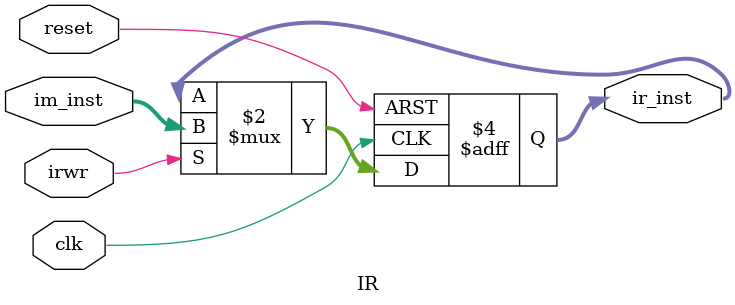
<source format=v>
module IR(clk,reset,irwr,im_inst,ir_inst);
   input clk;
   input reset;
   input irwr;
   input [31:0] im_inst;
   output [31:0] ir_inst;
   reg [31:0] ir_inst;
   always@(posedge clk or posedge reset)
   begin
      if(reset)
        ir_inst<=32'b0;
      else if(irwr)
        ir_inst<=im_inst;
   end
endmodule
</source>
